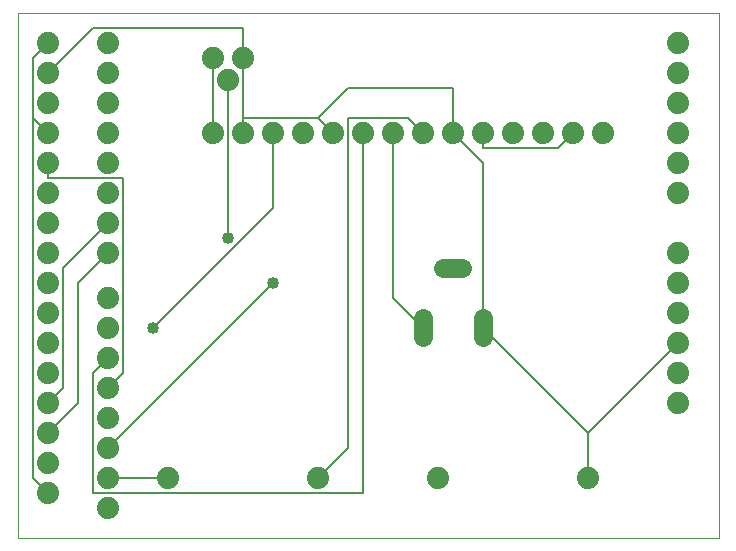
<source format=gtl>
G75*
%MOIN*%
%OFA0B0*%
%FSLAX24Y24*%
%IPPOS*%
%LPD*%
%AMOC8*
5,1,8,0,0,1.08239X$1,22.5*
%
%ADD10C,0.0000*%
%ADD11C,0.0740*%
%ADD12C,0.0640*%
%ADD13C,0.0080*%
%ADD14C,0.0400*%
D10*
X000550Y000500D02*
X000550Y017996D01*
X023920Y017996D01*
X023920Y000500D01*
X000550Y000500D01*
D11*
X001550Y002000D03*
X001550Y003000D03*
X001550Y004000D03*
X001550Y005000D03*
X001550Y006000D03*
X001550Y007000D03*
X001550Y008000D03*
X001550Y009000D03*
X001550Y010000D03*
X001550Y011000D03*
X001550Y012000D03*
X001550Y013000D03*
X001550Y014000D03*
X001550Y015000D03*
X001550Y016000D03*
X001550Y017000D03*
X003550Y017000D03*
X003550Y016000D03*
X003550Y015000D03*
X003550Y014000D03*
X003550Y013000D03*
X003550Y012000D03*
X003550Y011000D03*
X003550Y010000D03*
X003550Y008500D03*
X003550Y007500D03*
X003550Y006500D03*
X003550Y005500D03*
X003550Y004500D03*
X003550Y003500D03*
X003550Y002500D03*
X003550Y001500D03*
X005550Y002500D03*
X010550Y002500D03*
X014550Y002500D03*
X019550Y002500D03*
X022550Y005000D03*
X022550Y006000D03*
X022550Y007000D03*
X022550Y008000D03*
X022550Y009000D03*
X022550Y010000D03*
X022550Y012000D03*
X022550Y013000D03*
X022550Y014000D03*
X022550Y015000D03*
X022550Y016000D03*
X022550Y017000D03*
X020050Y014000D03*
X019050Y014000D03*
X018050Y014000D03*
X017050Y014000D03*
X016050Y014000D03*
X015050Y014000D03*
X014050Y014000D03*
X013050Y014000D03*
X012050Y014000D03*
X011050Y014000D03*
X010050Y014000D03*
X009050Y014000D03*
X008050Y014000D03*
X007050Y014000D03*
X007550Y015750D03*
X007050Y016500D03*
X008050Y016500D03*
D12*
X014730Y009500D02*
X015370Y009500D01*
X016050Y007820D02*
X016050Y007180D01*
X014050Y007180D02*
X014050Y007820D01*
D13*
X014050Y007500D02*
X013050Y008500D01*
X013050Y014000D01*
X013550Y014500D02*
X011550Y014500D01*
X011550Y003500D01*
X010550Y002500D01*
X012050Y002000D02*
X012050Y014000D01*
X011050Y014000D02*
X010550Y014500D01*
X011550Y015500D01*
X015050Y015500D01*
X015050Y014000D01*
X016050Y013000D01*
X016050Y007500D01*
X019550Y004000D01*
X022550Y007000D01*
X019550Y004000D02*
X019550Y002500D01*
X012050Y002000D02*
X003050Y002000D01*
X003050Y006000D01*
X003550Y006500D01*
X004050Y006000D02*
X004050Y012500D01*
X001550Y012500D01*
X001550Y013000D01*
X001550Y014000D02*
X001050Y014500D01*
X001050Y002500D01*
X001550Y002000D01*
X003550Y002500D02*
X005550Y002500D01*
X003550Y003500D02*
X009050Y009000D01*
X007550Y010500D02*
X007550Y015750D01*
X007050Y016500D02*
X007050Y014000D01*
X008050Y014000D02*
X008050Y014500D01*
X010550Y014500D01*
X009050Y014000D02*
X009050Y011500D01*
X005050Y007500D01*
X004050Y006000D02*
X003550Y005500D01*
X002550Y005000D02*
X002550Y009000D01*
X003550Y010000D01*
X003550Y011000D02*
X002050Y009500D01*
X002050Y005500D01*
X001550Y005000D01*
X002550Y005000D02*
X001550Y004000D01*
X013550Y014500D02*
X014050Y014000D01*
X016050Y014000D02*
X016050Y013500D01*
X018550Y013500D01*
X019050Y014000D01*
X008050Y014500D02*
X008050Y016500D01*
X008050Y017500D01*
X003050Y017500D01*
X001550Y016000D01*
X001050Y016500D02*
X001550Y017000D01*
X001050Y016500D02*
X001050Y014500D01*
D14*
X007550Y010500D03*
X009050Y009000D03*
X005050Y007500D03*
M02*

</source>
